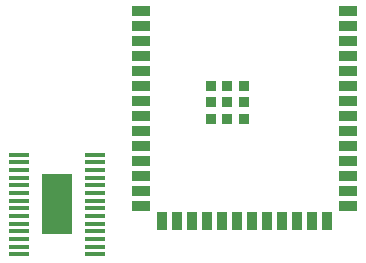
<source format=gtp>
G04 Layer: TopPasteMaskLayer*
G04 EasyEDA Pro v2.2.32.3, 2024-11-28 11:51:39*
G04 Gerber Generator version 0.3*
G04 Scale: 100 percent, Rotated: No, Reflected: No*
G04 Dimensions in millimeters*
G04 Leading zeros omitted, absolute positions, 3 integers and 5 decimals*
%FSLAX35Y35*%
%MOMM*%
%ADD10R,1.5X0.9*%
%ADD11R,0.9X1.5*%
%ADD12R,1.5X0.9*%
%ADD13R,0.9X0.9*%
%ADD14R,2.61998X5.11998*%
%ADD15R,1.8034X0.4064*%
G75*


G04 Pad Start*
G54D10*
G01X2745054Y-734939D03*
G01X2745054Y-861939D03*
G01X2745054Y-988939D03*
G01X2745054Y-1115939D03*
G01X2745054Y-1242939D03*
G01X2745054Y-1369939D03*
G01X2745054Y-1496939D03*
G01X2745054Y-1623939D03*
G01X2745054Y-1750939D03*
G01X2745054Y-1877939D03*
G01X2745054Y-2004939D03*
G01X2745054Y-2131939D03*
G01X2745054Y-2258939D03*
G01X2745054Y-2385939D03*
G54D11*
G01X2921559Y-2513929D03*
G01X3048559Y-2513929D03*
G01X3175559Y-2513929D03*
G01X3302559Y-2513929D03*
G01X3429559Y-2513929D03*
G01X3556559Y-2513929D03*
G01X3683559Y-2513929D03*
G01X3810559Y-2513929D03*
G01X3937559Y-2513929D03*
G01X4064559Y-2513929D03*
G01X4191559Y-2513929D03*
G01X4318559Y-2510932D03*
G54D12*
G01X4495063Y-2385939D03*
G01X4495063Y-2258939D03*
G01X4495063Y-2131939D03*
G01X4495063Y-2004939D03*
G01X4495063Y-1877939D03*
G01X4495063Y-1750939D03*
G01X4495063Y-1623939D03*
G01X4495063Y-1496939D03*
G01X4495063Y-1369939D03*
G01X4495063Y-1242939D03*
G01X4495063Y-1115939D03*
G01X4495063Y-988939D03*
G01X4495063Y-861939D03*
G01X4495063Y-734939D03*
G54D13*
G01X3470046Y-1506946D03*
G01X3330042Y-1506946D03*
G01X3610051Y-1506946D03*
G01X3610051Y-1366942D03*
G01X3470046Y-1366942D03*
G01X3330042Y-1366942D03*
G01X3330042Y-1646951D03*
G01X3470046Y-1646951D03*
G01X3610051Y-1646951D03*
G54D14*
G01X2031213Y-2373751D03*
G54D15*
G01X2351202Y-1950841D03*
G01X2351202Y-2015839D03*
G01X2351202Y-2080838D03*
G01X2351202Y-2145836D03*
G01X2351202Y-2210835D03*
G01X2351202Y-2275834D03*
G01X2351202Y-2340832D03*
G01X2351202Y-2405501D03*
G01X2351202Y-2470499D03*
G01X2351202Y-2535498D03*
G01X2351202Y-2600496D03*
G01X2351202Y-2665495D03*
G01X2351202Y-2730494D03*
G01X2351202Y-2795492D03*
G01X1711198Y-2795822D03*
G01X1711198Y-2730824D03*
G01X1711198Y-2665825D03*
G01X1711198Y-2600827D03*
G01X1711198Y-2535828D03*
G01X1711198Y-2470829D03*
G01X1711198Y-2405831D03*
G01X1711198Y-2340832D03*
G01X1711198Y-2275834D03*
G01X1711198Y-2210835D03*
G01X1711198Y-2145836D03*
G01X1711198Y-2080838D03*
G01X1711198Y-2015839D03*
G01X1711198Y-1950841D03*
G04 Pad End*

M02*


</source>
